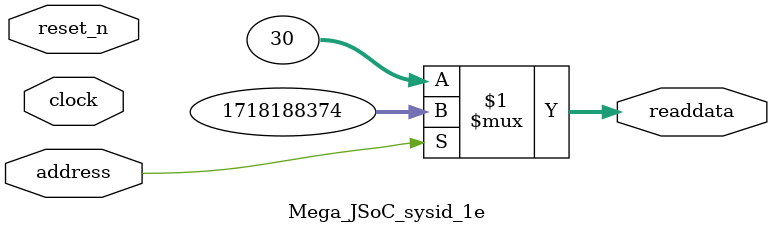
<source format=v>

`timescale 1ns / 1ps
// synthesis translate_on

// turn off superfluous verilog processor warnings 
// altera message_level Level1 
// altera message_off 10034 10035 10036 10037 10230 10240 10030 

module Mega_JSoC_sysid_1e (
               // inputs:
                address,
                clock,
                reset_n,

               // outputs:
                readdata
             )
;

  output  [ 31: 0] readdata;
  input            address;
  input            clock;
  input            reset_n;

  wire    [ 31: 0] readdata;
  //control_slave, which is an e_avalon_slave
  assign readdata = address ? 1718188374 : 30;

endmodule




</source>
